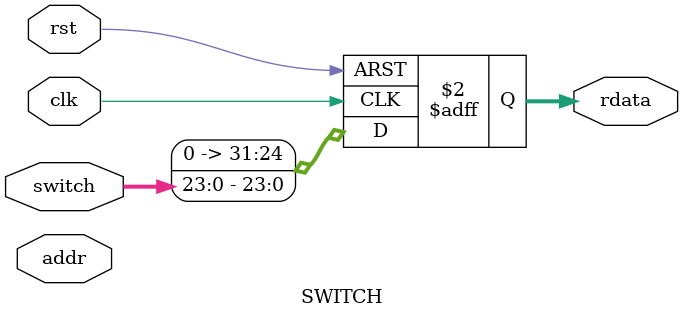
<source format=v>
module SWITCH(
    input wire rst,
    input wire clk,
    input wire [11:0] addr,
    input wire [23:0] switch,
    output reg [31:0] rdata 
);

always@(posedge clk or posedge rst)begin
    if(rst)begin
        rdata <= 32'b0;
    end
    else begin
        rdata <= switch;
    end
end

endmodule
</source>
